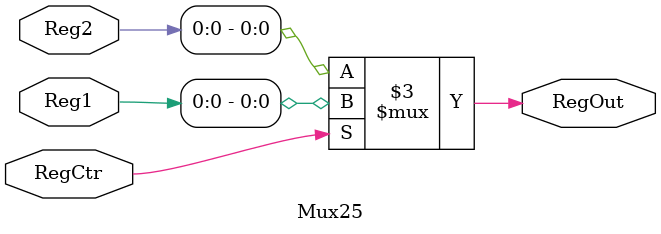
<source format=v>
module Mux25(Reg1, Reg2, RegCtr, RegOut);
    input[4:0] Reg1, Reg2;
    input RegCtr;
    output reg RegOut;
    
    always @(*)begin
    
        if(RegCtr)
            RegOut = Reg1;
        else
            RegOut = Reg2;
        
    end
    
endmodule
</source>
